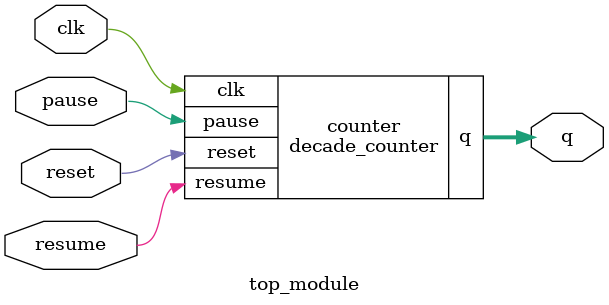
<source format=v>

module decade_counter (
    input clk,
    input pause,
    input resume,
    input reset,
    output reg [3:0] q
);

    // Define states
    parameter [2:0] COUNT_0 = 3'b000;
    parameter [2:0] COUNT_1 = 3'b001;
    parameter [2:0] COUNT_2 = 3'b010;
    parameter [2:0] COUNT_3 = 3'b011;
    parameter [2:0] COUNT_4 = 3'b100;
    parameter [2:0] COUNT_5 = 3'b101;
    parameter [2:0] COUNT_6 = 3'b110;
    parameter [2:0] COUNT_7 = 3'b111;

    // Define signals
    reg [2:0] state;
    reg [3:0] next_q;

    // Default output
    always @* begin
        q = next_q;
    end

    // State machine
    always @(posedge clk, posedge reset) begin
        if (reset) begin
            state <= COUNT_0;
            next_q <= 4'b0000;
        end else begin
            if (pause == 1'b0) begin
                case (state)
                    COUNT_0: begin
                        next_q <= 4'b0001;
                        state <= COUNT_1;
                    end
                    COUNT_1: begin
                        next_q <= 4'b0010;
                        state <= COUNT_2;
                    end
                    COUNT_2: begin
                        next_q <= 4'b0011;
                        state <= COUNT_3;
                    end
                    COUNT_3: begin
                        next_q <= 4'b0100;
                        state <= COUNT_4;
                    end
                    COUNT_4: begin
                        next_q <= 4'b0101;
                        state <= COUNT_5;
                    end
                    COUNT_5: begin
                        next_q <= 4'b0110;
                        state <= COUNT_6;
                    end
                    COUNT_6: begin
                        next_q <= 4'b0111;
                        state <= COUNT_7;
                    end
                    COUNT_7: begin
                        next_q <= 4'b1000;
                        state <= COUNT_0;
                    end
                endcase
            end
            if(resume == 1'b1)
                state <= state + 1;
        end
    end

endmodule
module top_module (
    input clk,
    input pause,
    input resume,
    input reset,
    output [3:0] q
);

    // Instantiate decade counter
    decade_counter counter (
        .clk(clk),
        .pause(pause),
        .resume(resume),
        .reset(reset),
        .q(q)
    );

endmodule
</source>
